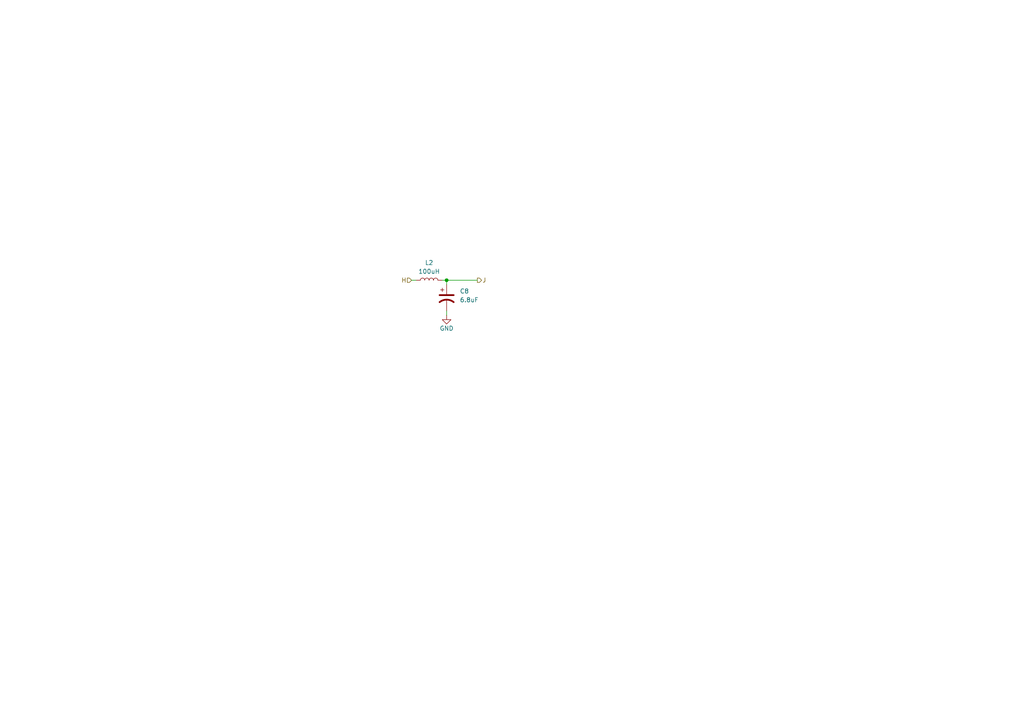
<source format=kicad_sch>
(kicad_sch (version 20231120) (generator "eeschema") (generator_version "8.0")
  (paper "A4")
  (lib_symbols
    (symbol "Device:C_Polarized_US" (pin_numbers hide) (pin_names (offset 0.254) hide)
      (property "Reference" "C" (at 0.635 2.54 0))
      (property "Value" "C_Polarized_US" (at 0.635 -2.54 0))
      (symbol "C_Polarized_US_0_1"
        (polyline (pts (xy -2.032 0.762) (xy 2.032 0.762)) (stroke (width 0.508)))
        (polyline (pts (xy -1.778 2.286) (xy -0.762 2.286)))
        (polyline (pts (xy -1.27 1.778) (xy -1.27 2.794)))
        (arc (start 2.032 -1.27) (mid 0 -0.5572) (end -2.032 -1.27) (stroke (width 0.508)))
      )
      (symbol "C_Polarized_US_1_1"
        (pin passive line (at 0 3.81 270) (length 2.794) (name "~") (number "1"))
        (pin passive line (at 0 -3.81 90) (length 3.302) (name "~") (number "2"))
      )
    )
    (symbol "Device:L" (pin_numbers hide) (pin_names (offset 1.016) hide)
      (property "Reference" "L" (at -1.27 0 90))
      (property "Value" "L" (at 1.905 0 90))
      (symbol "L_0_1"
        (arc (start 0 -2.54) (mid 0.6323 -1.905) (end 0 -1.27))
        (arc (start 0 -1.27) (mid 0.6323 -0.635) (end 0 0))
        (arc (start 0 0) (mid 0.6323 0.635) (end 0 1.27))
        (arc (start 0 1.27) (mid 0.6323 1.905) (end 0 2.54))
      )
      (symbol "L_1_1"
        (pin passive line (at 0 3.81 270) (length 1.27) (name "1") (number "1"))
        (pin passive line (at 0 -3.81 90) (length 1.27) (name "2") (number "2"))
      )
    )
    (symbol "power:GND" (power) (pin_numbers hide) (pin_names (offset 0) hide)
      (property "Value" "GND" (at 0 -3.81 0))
      (symbol "GND_0_1"
        (polyline (pts (xy 0 0) (xy 0 -1.27) (xy 1.27 -1.27) (xy 0 -2.54) (xy -1.27 -1.27) (xy 0 -1.27)))
      )
      (symbol "GND_1_1"
        (pin power_in line (at 0 0 270) (length 0) (name "~") (number "1"))
      )
    )
  )
  (junction (at 129.54 81.28))
  (wire (pts (xy 128.27 81.28) (xy 129.54 81.28)))
  (wire (pts (xy 129.54 90.17) (xy 129.54 91.44)))
  (wire (pts (xy 129.54 81.28) (xy 129.54 82.55)))
  (wire (pts (xy 119.38 81.28) (xy 120.65 81.28)))
  (wire (pts (xy 129.54 81.28) (xy 138.43 81.28)))
  (hierarchical_label "J" (shape output) (at 138.43 81.28 0))
  (hierarchical_label "H" (shape input) (at 119.38 81.28 180))
  (symbol (lib_id "Device:L") (at 124.46 81.28 90) (unit 1)
    (property "Reference" "L2" (at 124.46 76.2 90))
    (property "Value" "100uH" (at 124.46 78.74 90))
    (property "Footprint" "cdu:API_Delevan_1812R" (effects (hide yes)))
    (property "Description" "Inductor" (effects (hide yes)))
    (instances (project "" (path "" (reference "L2") (unit 1)) (path "" (reference "L4") (unit 1)) (path "" (reference "L1") (unit 1)) (path "" (reference "L3") (unit 1))))
  )
  (symbol (lib_id "power:GND") (at 129.54 91.44 0) (unit 1)
    (property "Reference" "#PWR012" (effects (hide yes)))
    (property "Value" "GND" (at 129.54 95.25 0))
    (property "Description" "Power symbol creates a global label with name \"GND\" , ground" (effects (hide yes)))
    (instances (project "" (path "" (reference "#PWR012") (unit 1)) (path "" (reference "#PWR021") (unit 1)) (path "" (reference "#PWR016") (unit 1)) (path "" (reference "#PWR026") (unit 1))))
  )
  (symbol (lib_id "Device:C_Polarized_US") (at 129.54 86.36 0) (unit 1)
    (property "Reference" "C8" (at 133.35 84.4549 0) (effects (justify left)))
    (property "Value" "6.8uF" (at 133.35 86.9949 0) (effects (justify left)))
    (property "Footprint" "Capacitor_Tantalum_SMD:CP_EIA-7343-31_Kemet-D" (effects (hide yes)))
    (property "Description" "Polarized capacitor, US symbol" (effects (hide yes)))
    (instances (project "" (path "" (reference "C8") (unit 1)) (path "" (reference "C13") (unit 1)) (path "" (reference "C6") (unit 1)) (path "" (reference "C10") (unit 1))))
  )
)
</source>
